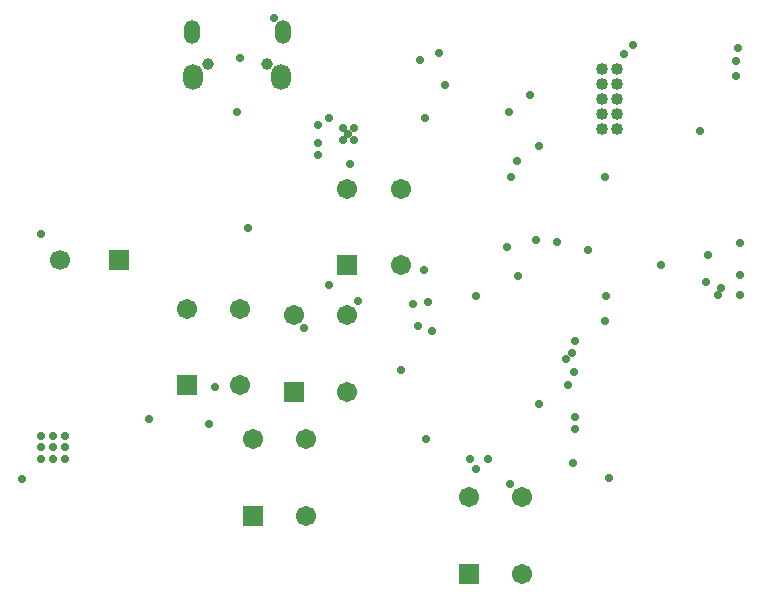
<source format=gbs>
G04*
G04 #@! TF.GenerationSoftware,Altium Limited,Altium Designer,21.1.1 (26)*
G04*
G04 Layer_Color=16711935*
%FSLAX25Y25*%
%MOIN*%
G70*
G04*
G04 #@! TF.SameCoordinates,5102835C-3560-4A17-A812-28AB7356CC0A*
G04*
G04*
G04 #@! TF.FilePolarity,Negative*
G04*
G01*
G75*
%ADD82R,0.06693X0.06693*%
%ADD83C,0.06693*%
%ADD84C,0.06706*%
%ADD85R,0.06706X0.06706*%
%ADD86C,0.04000*%
%ADD87C,0.03950*%
%ADD88O,0.05328X0.07887*%
%ADD89O,0.06509X0.08674*%
%ADD90C,0.02800*%
%ADD91C,0.02769*%
D82*
X141500Y417000D02*
D03*
D83*
X121815D02*
D03*
D84*
X235358Y415205D02*
D03*
Y440795D02*
D03*
X217642D02*
D03*
X217500Y372910D02*
D03*
Y398500D02*
D03*
X199784D02*
D03*
X276000Y312410D02*
D03*
Y338000D02*
D03*
X258284D02*
D03*
X203858Y331705D02*
D03*
Y357295D02*
D03*
X186142D02*
D03*
X181858Y375205D02*
D03*
Y400795D02*
D03*
X164142D02*
D03*
D85*
X217642Y415205D02*
D03*
X199784Y372910D02*
D03*
X258284Y312410D02*
D03*
X186142Y331705D02*
D03*
X164142Y375205D02*
D03*
D86*
X307500Y460500D02*
D03*
X302500D02*
D03*
X307500Y465500D02*
D03*
X302500D02*
D03*
X307500Y470500D02*
D03*
X302539D02*
D03*
X307500Y475500D02*
D03*
X302500D02*
D03*
X307500Y480500D02*
D03*
X302500D02*
D03*
D87*
X171157Y482217D02*
D03*
X190843D02*
D03*
D88*
X165744Y493043D02*
D03*
X196256D02*
D03*
D89*
X166335Y478083D02*
D03*
X195665D02*
D03*
D90*
X151500Y364000D02*
D03*
X221200Y403200D02*
D03*
X235358Y380453D02*
D03*
X258600Y350800D02*
D03*
X173550Y374650D02*
D03*
X241232Y395132D02*
D03*
X181700Y484400D02*
D03*
X218500Y449000D02*
D03*
X348600Y405200D02*
D03*
X293200Y379500D02*
D03*
X342250Y407783D02*
D03*
X292500Y385812D02*
D03*
X341017Y405200D02*
D03*
X281600Y369000D02*
D03*
X290500Y384000D02*
D03*
X337300Y409600D02*
D03*
X304900Y344300D02*
D03*
X292900Y349200D02*
D03*
X245700Y393200D02*
D03*
X348600Y412100D02*
D03*
X280500Y423800D02*
D03*
X211600Y464400D02*
D03*
X243400D02*
D03*
X274300Y450100D02*
D03*
X303600Y444700D02*
D03*
X322100Y415300D02*
D03*
X274500Y411800D02*
D03*
X171650Y362200D02*
D03*
X264400Y350684D02*
D03*
X310000Y485500D02*
D03*
X278600Y472100D02*
D03*
X243700Y357400D02*
D03*
X348392Y422500D02*
D03*
X347300Y478300D02*
D03*
X260547Y347284D02*
D03*
X347300Y483300D02*
D03*
X243232Y413732D02*
D03*
X271700Y342400D02*
D03*
X193100Y497500D02*
D03*
X298000Y420300D02*
D03*
X303400Y396600D02*
D03*
X293400Y389850D02*
D03*
X241857Y483543D02*
D03*
X250227Y475173D02*
D03*
X207753Y456047D02*
D03*
X248300Y485900D02*
D03*
X109300Y344100D02*
D03*
X244350Y403100D02*
D03*
X203100Y394200D02*
D03*
X312700Y488600D02*
D03*
X211400Y408700D02*
D03*
X291300Y375216D02*
D03*
X272300Y444500D02*
D03*
X303700Y404900D02*
D03*
X260500D02*
D03*
X208000Y461953D02*
D03*
X281500Y454950D02*
D03*
X271500Y466200D02*
D03*
X207900Y452000D02*
D03*
X293500Y364705D02*
D03*
Y360800D02*
D03*
X337900Y418550D02*
D03*
X239400Y402400D02*
D03*
X347900Y487700D02*
D03*
X335200Y460000D02*
D03*
X115600Y425500D02*
D03*
X270950Y421450D02*
D03*
X181000Y466400D02*
D03*
X287600Y423050D02*
D03*
X184453Y427500D02*
D03*
D91*
X218000Y459000D02*
D03*
X219969Y460969D02*
D03*
X216032D02*
D03*
Y457032D02*
D03*
X219969D02*
D03*
X123437Y358437D02*
D03*
Y354500D02*
D03*
Y350563D02*
D03*
X119500Y358437D02*
D03*
Y354500D02*
D03*
Y350563D02*
D03*
X115563Y358437D02*
D03*
Y354500D02*
D03*
Y350563D02*
D03*
M02*

</source>
